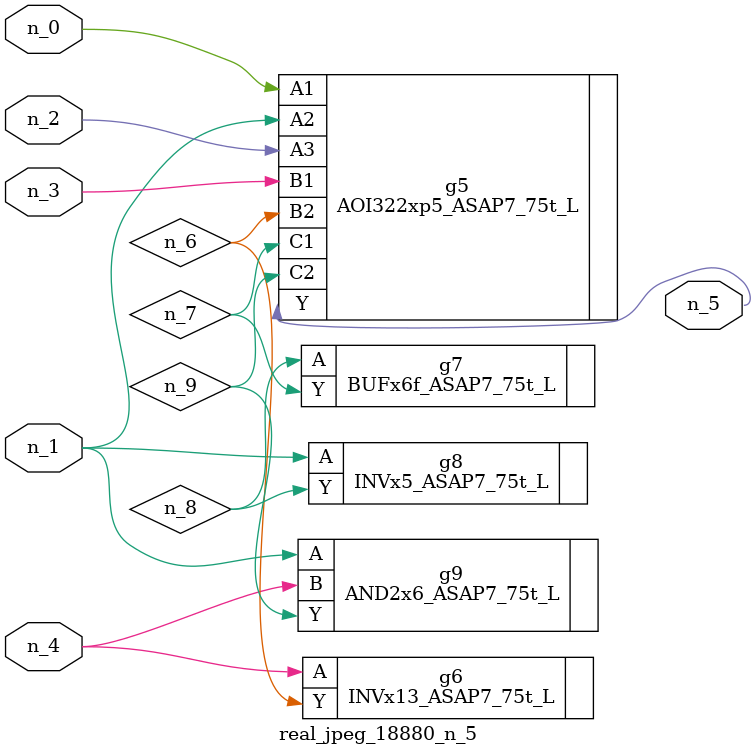
<source format=v>
module real_jpeg_18880_n_5 (n_4, n_0, n_1, n_2, n_3, n_5);

input n_4;
input n_0;
input n_1;
input n_2;
input n_3;

output n_5;

wire n_8;
wire n_6;
wire n_7;
wire n_9;

AOI322xp5_ASAP7_75t_L g5 ( 
.A1(n_0),
.A2(n_1),
.A3(n_2),
.B1(n_3),
.B2(n_6),
.C1(n_7),
.C2(n_9),
.Y(n_5)
);

INVx5_ASAP7_75t_L g8 ( 
.A(n_1),
.Y(n_8)
);

AND2x6_ASAP7_75t_L g9 ( 
.A(n_1),
.B(n_4),
.Y(n_9)
);

INVx13_ASAP7_75t_L g6 ( 
.A(n_4),
.Y(n_6)
);

BUFx6f_ASAP7_75t_L g7 ( 
.A(n_8),
.Y(n_7)
);


endmodule
</source>
